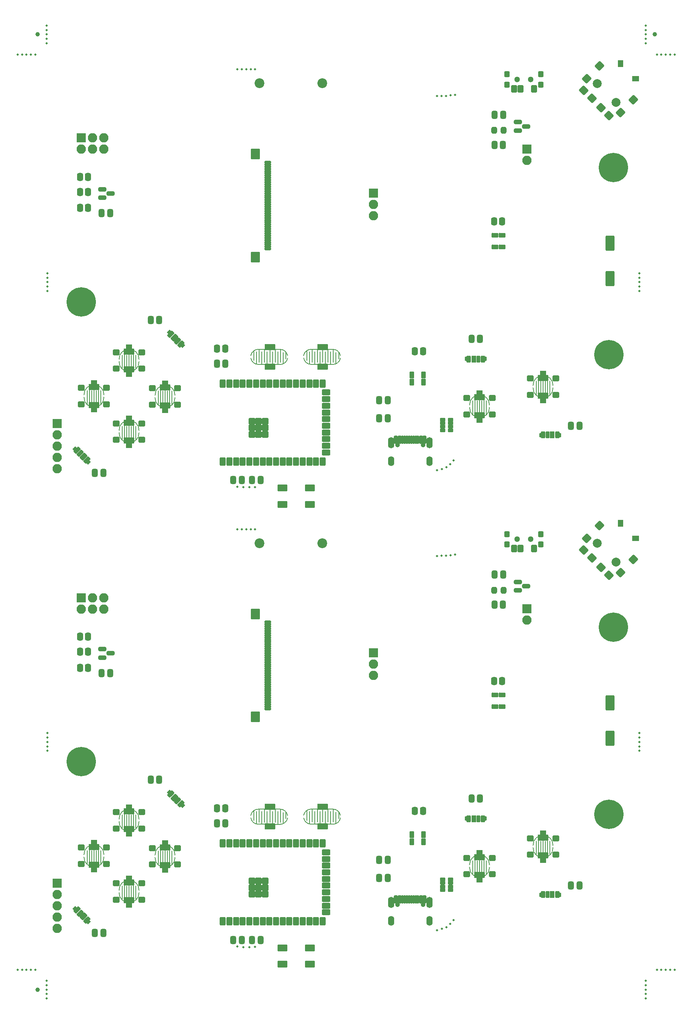
<source format=gbr>
%TF.GenerationSoftware,KiCad,Pcbnew,7.0.1*%
%TF.CreationDate,2023-05-21T16:14:24-05:00*%
%TF.ProjectId,panel,70616e65-6c2e-46b6-9963-61645f706362,rev?*%
%TF.SameCoordinates,Original*%
%TF.FileFunction,Soldermask,Top*%
%TF.FilePolarity,Negative*%
%FSLAX46Y46*%
G04 Gerber Fmt 4.6, Leading zero omitted, Abs format (unit mm)*
G04 Created by KiCad (PCBNEW 7.0.1) date 2023-05-21 16:14:24*
%MOMM*%
%LPD*%
G01*
G04 APERTURE LIST*
G04 Aperture macros list*
%AMRoundRect*
0 Rectangle with rounded corners*
0 $1 Rounding radius*
0 $2 $3 $4 $5 $6 $7 $8 $9 X,Y pos of 4 corners*
0 Add a 4 corners polygon primitive as box body*
4,1,4,$2,$3,$4,$5,$6,$7,$8,$9,$2,$3,0*
0 Add four circle primitives for the rounded corners*
1,1,$1+$1,$2,$3*
1,1,$1+$1,$4,$5*
1,1,$1+$1,$6,$7*
1,1,$1+$1,$8,$9*
0 Add four rect primitives between the rounded corners*
20,1,$1+$1,$2,$3,$4,$5,0*
20,1,$1+$1,$4,$5,$6,$7,0*
20,1,$1+$1,$6,$7,$8,$9,0*
20,1,$1+$1,$8,$9,$2,$3,0*%
G04 Aperture macros list end*
%ADD10C,0.200000*%
%ADD11RoundRect,0.200000X-0.850000X-0.850000X0.850000X-0.850000X0.850000X0.850000X-0.850000X0.850000X0*%
%ADD12O,2.100000X2.100000*%
%ADD13C,0.500000*%
%ADD14RoundRect,0.450000X0.250000X0.475000X-0.250000X0.475000X-0.250000X-0.475000X0.250000X-0.475000X0*%
%ADD15RoundRect,0.450000X-0.250000X-0.475000X0.250000X-0.475000X0.250000X0.475000X-0.250000X0.475000X0*%
%ADD16C,6.600000*%
%ADD17RoundRect,0.200000X-0.550000X0.350000X-0.550000X-0.350000X0.550000X-0.350000X0.550000X0.350000X0*%
%ADD18RoundRect,0.200000X-0.800000X1.500000X-0.800000X-1.500000X0.800000X-1.500000X0.800000X1.500000X0*%
%ADD19RoundRect,0.200000X-1.000000X-0.500000X1.000000X-0.500000X1.000000X0.500000X-1.000000X0.500000X0*%
%ADD20C,1.300000*%
%ADD21RoundRect,0.200000X-0.450000X-0.625000X0.450000X-0.625000X0.450000X0.625000X-0.450000X0.625000X0*%
%ADD22RoundRect,0.200000X-0.400000X-0.450000X0.400000X-0.450000X0.400000X0.450000X-0.400000X0.450000X0*%
%ADD23RoundRect,0.450000X-0.262500X-0.450000X0.262500X-0.450000X0.262500X0.450000X-0.262500X0.450000X0*%
%ADD24RoundRect,0.200000X-0.550000X-0.450000X0.550000X-0.450000X0.550000X0.450000X-0.550000X0.450000X0*%
%ADD25RoundRect,0.200000X-0.500000X-0.500000X0.500000X-0.500000X0.500000X0.500000X-0.500000X0.500000X0*%
%ADD26RoundRect,0.200000X0.850000X-0.850000X0.850000X0.850000X-0.850000X0.850000X-0.850000X-0.850000X0*%
%ADD27RoundRect,0.200000X-0.900000X-0.550000X0.900000X-0.550000X0.900000X0.550000X-0.900000X0.550000X0*%
%ADD28RoundRect,0.200000X0.400000X0.250000X-0.400000X0.250000X-0.400000X-0.250000X0.400000X-0.250000X0*%
%ADD29RoundRect,0.200000X0.400000X0.200000X-0.400000X0.200000X-0.400000X-0.200000X0.400000X-0.200000X0*%
%ADD30C,1.050000*%
%ADD31RoundRect,0.200000X-0.125000X-0.700000X0.125000X-0.700000X0.125000X0.700000X-0.125000X0.700000X0*%
%ADD32O,1.400000X2.500000*%
%ADD33O,1.400000X2.200000*%
%ADD34C,1.000000*%
%ADD35RoundRect,0.450000X0.262500X0.450000X-0.262500X0.450000X-0.262500X-0.450000X0.262500X-0.450000X0*%
%ADD36RoundRect,0.418750X-0.218750X-0.381250X0.218750X-0.381250X0.218750X0.381250X-0.218750X0.381250X0*%
%ADD37RoundRect,0.200000X-0.883883X-0.035355X-0.035355X-0.883883X0.883883X0.035355X0.035355X0.883883X0*%
%ADD38C,2.000000*%
%ADD39RoundRect,0.200000X-0.425000X0.600000X-0.425000X-0.600000X0.425000X-0.600000X0.425000X0.600000X0*%
%ADD40RoundRect,0.200000X-0.600000X-0.425000X0.600000X-0.425000X0.600000X0.425000X-0.600000X0.425000X0*%
%ADD41RoundRect,0.200000X-0.883883X0.035355X0.035355X-0.883883X0.883883X-0.035355X-0.035355X0.883883X0*%
%ADD42RoundRect,0.200000X-0.500000X-0.275000X0.500000X-0.275000X0.500000X0.275000X-0.500000X0.275000X0*%
%ADD43RoundRect,0.200000X-0.275000X-0.600000X0.275000X-0.600000X0.275000X0.600000X-0.275000X0.600000X0*%
%ADD44RoundRect,0.200000X-0.350000X-0.600000X0.350000X-0.600000X0.350000X0.600000X-0.350000X0.600000X0*%
%ADD45RoundRect,0.200000X-0.225000X-0.600000X0.225000X-0.600000X0.225000X0.600000X-0.225000X0.600000X0*%
%ADD46RoundRect,0.200000X-0.548008X0.159099X0.159099X-0.548008X0.548008X-0.159099X-0.159099X0.548008X0*%
%ADD47RoundRect,0.200000X-0.618718X-0.229810X-0.229810X-0.618718X0.618718X0.229810X0.229810X0.618718X0*%
%ADD48RoundRect,0.200000X-0.671751X-0.176777X-0.176777X-0.671751X0.671751X0.176777X0.176777X0.671751X0*%
%ADD49RoundRect,0.200000X-0.583363X-0.265165X-0.265165X-0.583363X0.583363X0.265165X0.265165X0.583363X0*%
%ADD50RoundRect,0.200000X0.500000X0.275000X-0.500000X0.275000X-0.500000X-0.275000X0.500000X-0.275000X0*%
%ADD51RoundRect,0.200000X0.275000X0.600000X-0.275000X0.600000X-0.275000X-0.600000X0.275000X-0.600000X0*%
%ADD52RoundRect,0.200000X0.350000X0.600000X-0.350000X0.600000X-0.350000X-0.600000X0.350000X-0.600000X0*%
%ADD53RoundRect,0.200000X0.225000X0.600000X-0.225000X0.600000X-0.225000X-0.600000X0.225000X-0.600000X0*%
%ADD54RoundRect,0.200000X0.450000X0.750000X-0.450000X0.750000X-0.450000X-0.750000X0.450000X-0.750000X0*%
%ADD55RoundRect,0.200000X0.750000X-0.450000X0.750000X0.450000X-0.750000X0.450000X-0.750000X-0.450000X0*%
%ADD56RoundRect,0.200000X0.550000X-0.550000X0.550000X0.550000X-0.550000X0.550000X-0.550000X-0.550000X0*%
%ADD57RoundRect,0.350000X-0.587500X-0.150000X0.587500X-0.150000X0.587500X0.150000X-0.587500X0.150000X0*%
%ADD58RoundRect,0.200000X-0.350000X-0.550000X0.350000X-0.550000X0.350000X0.550000X-0.350000X0.550000X0*%
%ADD59RoundRect,0.200000X-0.800000X1.000000X-0.800000X-1.000000X0.800000X-1.000000X0.800000X1.000000X0*%
%ADD60RoundRect,0.200000X-0.550000X0.125000X-0.550000X-0.125000X0.550000X-0.125000X0.550000X0.125000X0*%
%ADD61RoundRect,0.200000X0.548008X-0.159099X-0.159099X0.548008X-0.548008X0.159099X0.159099X-0.548008X0*%
%ADD62RoundRect,0.200000X0.618718X0.229810X0.229810X0.618718X-0.618718X-0.229810X-0.229810X-0.618718X0*%
%ADD63RoundRect,0.200000X0.671751X0.176777X0.176777X0.671751X-0.671751X-0.176777X-0.176777X-0.671751X0*%
%ADD64RoundRect,0.200000X0.583363X0.265165X0.265165X0.583363X-0.583363X-0.265165X-0.265165X-0.583363X0*%
%ADD65C,2.200000*%
G04 APERTURE END LIST*
D10*
%TO.C,SW7*%
X127732350Y-199232200D02*
X127732350Y-197032200D01*
X128332350Y-197232200D02*
X128332350Y-200032200D01*
X128732350Y-200132200D02*
X133632350Y-200143924D01*
X128932350Y-199632200D02*
X128932350Y-196832200D01*
X129532350Y-197232200D02*
X129532350Y-200132200D01*
X130132350Y-199632200D02*
X130132350Y-196832200D01*
X130732350Y-197232200D02*
X130732350Y-200032200D01*
X131332350Y-199632200D02*
X131332350Y-196832200D01*
X131932350Y-197232200D02*
X131932350Y-200032200D01*
X132532350Y-199632200D02*
X132532350Y-196832200D01*
X133132350Y-197232200D02*
X133132350Y-200032200D01*
X133632350Y-196732200D02*
X128732350Y-196732200D01*
X133732350Y-199632200D02*
X133732350Y-196832200D01*
X134332350Y-197432200D02*
X134332350Y-199932200D01*
X134932350Y-198832200D02*
X134932350Y-197432200D01*
X139627478Y-199219421D02*
X139627478Y-197019421D01*
X140227478Y-197219421D02*
X140227478Y-200019421D01*
X140627478Y-200119421D02*
X145527478Y-200131145D01*
X140827478Y-199619421D02*
X140827478Y-196819421D01*
X141427478Y-197219421D02*
X141427478Y-200119421D01*
X142027478Y-199619421D02*
X142027478Y-196819421D01*
X142627478Y-197219421D02*
X142627478Y-200019421D01*
X143227478Y-199619421D02*
X143227478Y-196819421D01*
X143827478Y-197219421D02*
X143827478Y-200019421D01*
X144427478Y-199619421D02*
X144427478Y-196819421D01*
X145027478Y-197219421D02*
X145027478Y-200019421D01*
X145527478Y-196719421D02*
X140627478Y-196719421D01*
X145627478Y-199619421D02*
X145627478Y-196819421D01*
X146227478Y-197419421D02*
X146227478Y-199919421D01*
X146827478Y-198819421D02*
X146827478Y-197419421D01*
X128732350Y-196732200D02*
G75*
G03*
X127032351Y-198132200I-1J-1732141D01*
G01*
X127055761Y-198732200D02*
G75*
G03*
X128732350Y-200132200I1676588J303910D01*
G01*
X135320706Y-198132200D02*
G75*
G03*
X133632350Y-196732200I-1688355J-318051D01*
G01*
X133632350Y-200143924D02*
G75*
G03*
X135332349Y-198732200I1J1729431D01*
G01*
X140627478Y-196719421D02*
G75*
G03*
X138927478Y-198119421I-7J-1732134D01*
G01*
X138950889Y-198719421D02*
G75*
G03*
X140627478Y-200119421I1676581J303901D01*
G01*
X147215833Y-198119421D02*
G75*
G03*
X145527478Y-196719421I-1688353J-318049D01*
G01*
X145527478Y-200131138D02*
G75*
G03*
X147227478Y-198719421I22J1729408D01*
G01*
X127732350Y-95822600D02*
X127732350Y-93622600D01*
X128332350Y-93822600D02*
X128332350Y-96622600D01*
X128732350Y-96722600D02*
X133632350Y-96734324D01*
X128932350Y-96222600D02*
X128932350Y-93422600D01*
X129532350Y-93822600D02*
X129532350Y-96722600D01*
X130132350Y-96222600D02*
X130132350Y-93422600D01*
X130732350Y-93822600D02*
X130732350Y-96622600D01*
X131332350Y-96222600D02*
X131332350Y-93422600D01*
X131932350Y-93822600D02*
X131932350Y-96622600D01*
X132532350Y-96222600D02*
X132532350Y-93422600D01*
X133132350Y-93822600D02*
X133132350Y-96622600D01*
X133632350Y-93322600D02*
X128732350Y-93322600D01*
X133732350Y-96222600D02*
X133732350Y-93422600D01*
X134332350Y-94022600D02*
X134332350Y-96522600D01*
X134932350Y-95422600D02*
X134932350Y-94022600D01*
X139627478Y-95809821D02*
X139627478Y-93609821D01*
X140227478Y-93809821D02*
X140227478Y-96609821D01*
X140627478Y-96709821D02*
X145527478Y-96721545D01*
X140827478Y-96209821D02*
X140827478Y-93409821D01*
X141427478Y-93809821D02*
X141427478Y-96709821D01*
X142027478Y-96209821D02*
X142027478Y-93409821D01*
X142627478Y-93809821D02*
X142627478Y-96609821D01*
X143227478Y-96209821D02*
X143227478Y-93409821D01*
X143827478Y-93809821D02*
X143827478Y-96609821D01*
X144427478Y-96209821D02*
X144427478Y-93409821D01*
X145027478Y-93809821D02*
X145027478Y-96609821D01*
X145527478Y-93309821D02*
X140627478Y-93309821D01*
X145627478Y-96209821D02*
X145627478Y-93409821D01*
X146227478Y-94009821D02*
X146227478Y-96509821D01*
X146827478Y-95409821D02*
X146827478Y-94009821D01*
X128732350Y-93322600D02*
G75*
G03*
X127032351Y-94722600I-1J-1732141D01*
G01*
X127055761Y-95322600D02*
G75*
G03*
X128732350Y-96722600I1676588J303910D01*
G01*
X135320706Y-94722600D02*
G75*
G03*
X133632350Y-93322600I-1688355J-318051D01*
G01*
X133632350Y-96734324D02*
G75*
G03*
X135332349Y-95322600I1J1729431D01*
G01*
X140627478Y-93309821D02*
G75*
G03*
X138927478Y-94709821I-7J-1732134D01*
G01*
X138950889Y-95309821D02*
G75*
G03*
X140627478Y-96709821I1676581J303901D01*
G01*
X147215833Y-94709821D02*
G75*
G03*
X145527478Y-93309821I-1688353J-318049D01*
G01*
X145527478Y-96721538D02*
G75*
G03*
X147227478Y-95309821I22J1729408D01*
G01*
%TO.C,SW5*%
X106232350Y-102672600D02*
X106232350Y-105672600D01*
X106732350Y-101672600D02*
X106732350Y-105172600D01*
X107232350Y-102672600D02*
X107232350Y-105422600D01*
X107732350Y-102422600D02*
X107732350Y-105172600D01*
X108232350Y-102672600D02*
X108232350Y-105422600D01*
X108732350Y-101672600D02*
X108732350Y-105172600D01*
X109232350Y-102672600D02*
X109232350Y-105672600D01*
X109982350Y-103672600D02*
G75*
G03*
X105482350Y-103672600I-2250000J0D01*
G01*
X105482350Y-104172600D02*
G75*
G03*
X109982350Y-104172600I2250000J0D01*
G01*
X106232350Y-206082200D02*
X106232350Y-209082200D01*
X106732350Y-205082200D02*
X106732350Y-208582200D01*
X107232350Y-206082200D02*
X107232350Y-208832200D01*
X107732350Y-205832200D02*
X107732350Y-208582200D01*
X108232350Y-206082200D02*
X108232350Y-208832200D01*
X108732350Y-205082200D02*
X108732350Y-208582200D01*
X109232350Y-206082200D02*
X109232350Y-209082200D01*
X109982350Y-207082200D02*
G75*
G03*
X105482350Y-207082200I-2250000J0D01*
G01*
X105482350Y-207582200D02*
G75*
G03*
X109982350Y-207582200I2250000J0D01*
G01*
%TO.C,SW6*%
X191332350Y-100472600D02*
X191332350Y-103472600D01*
X191832350Y-99472600D02*
X191832350Y-102972600D01*
X192332350Y-100472600D02*
X192332350Y-103222600D01*
X192832350Y-100222600D02*
X192832350Y-102972600D01*
X193332350Y-100472600D02*
X193332350Y-103222600D01*
X193832350Y-99472600D02*
X193832350Y-102972600D01*
X194332350Y-100472600D02*
X194332350Y-103472600D01*
X195082350Y-101472600D02*
G75*
G03*
X190582350Y-101472600I-2250000J0D01*
G01*
X190582350Y-101972600D02*
G75*
G03*
X195082350Y-101972600I2250000J0D01*
G01*
X191332350Y-203882200D02*
X191332350Y-206882200D01*
X191832350Y-202882200D02*
X191832350Y-206382200D01*
X192332350Y-203882200D02*
X192332350Y-206632200D01*
X192832350Y-203632200D02*
X192832350Y-206382200D01*
X193332350Y-203882200D02*
X193332350Y-206632200D01*
X193832350Y-202882200D02*
X193832350Y-206382200D01*
X194332350Y-203882200D02*
X194332350Y-206882200D01*
X195082350Y-204882200D02*
G75*
G03*
X190582350Y-204882200I-2250000J0D01*
G01*
X190582350Y-205382200D02*
G75*
G03*
X195082350Y-205382200I2250000J0D01*
G01*
%TO.C,SW4*%
X177032350Y-104872600D02*
X177032350Y-107872600D01*
X177532350Y-103872600D02*
X177532350Y-107372600D01*
X178032350Y-104872600D02*
X178032350Y-107622600D01*
X178532350Y-104622600D02*
X178532350Y-107372600D01*
X179032350Y-104872600D02*
X179032350Y-107622600D01*
X179532350Y-103872600D02*
X179532350Y-107372600D01*
X180032350Y-104872600D02*
X180032350Y-107872600D01*
X180782350Y-105872600D02*
G75*
G03*
X176282350Y-105872600I-2250000J0D01*
G01*
X176282350Y-106372600D02*
G75*
G03*
X180782350Y-106372600I2250000J0D01*
G01*
X177032350Y-208282200D02*
X177032350Y-211282200D01*
X177532350Y-207282200D02*
X177532350Y-210782200D01*
X178032350Y-208282200D02*
X178032350Y-211032200D01*
X178532350Y-208032200D02*
X178532350Y-210782200D01*
X179032350Y-208282200D02*
X179032350Y-211032200D01*
X179532350Y-207282200D02*
X179532350Y-210782200D01*
X180032350Y-208282200D02*
X180032350Y-211282200D01*
X180782350Y-209282200D02*
G75*
G03*
X176282350Y-209282200I-2250000J0D01*
G01*
X176282350Y-209782200D02*
G75*
G03*
X180782350Y-209782200I2250000J0D01*
G01*
%TO.C,SW3*%
X90232350Y-102572600D02*
X90232350Y-105572600D01*
X90732350Y-101572600D02*
X90732350Y-105072600D01*
X91232350Y-102572600D02*
X91232350Y-105322600D01*
X91732350Y-102322600D02*
X91732350Y-105072600D01*
X92232350Y-102572600D02*
X92232350Y-105322600D01*
X92732350Y-101572600D02*
X92732350Y-105072600D01*
X93232350Y-102572600D02*
X93232350Y-105572600D01*
X93982350Y-103572600D02*
G75*
G03*
X89482350Y-103572600I-2250000J0D01*
G01*
X89482350Y-104072600D02*
G75*
G03*
X93982350Y-104072600I2250000J0D01*
G01*
X90232350Y-205982200D02*
X90232350Y-208982200D01*
X90732350Y-204982200D02*
X90732350Y-208482200D01*
X91232350Y-205982200D02*
X91232350Y-208732200D01*
X91732350Y-205732200D02*
X91732350Y-208482200D01*
X92232350Y-205982200D02*
X92232350Y-208732200D01*
X92732350Y-204982200D02*
X92732350Y-208482200D01*
X93232350Y-205982200D02*
X93232350Y-208982200D01*
X93982350Y-206982200D02*
G75*
G03*
X89482350Y-206982200I-2250000J0D01*
G01*
X89482350Y-207482200D02*
G75*
G03*
X93982350Y-207482200I2250000J0D01*
G01*
%TO.C,SW1*%
X98132350Y-94572600D02*
X98132350Y-97572600D01*
X98632350Y-93572600D02*
X98632350Y-97072600D01*
X99132350Y-94572600D02*
X99132350Y-97322600D01*
X99632350Y-94322600D02*
X99632350Y-97072600D01*
X100132350Y-94572600D02*
X100132350Y-97322600D01*
X100632350Y-93572600D02*
X100632350Y-97072600D01*
X101132350Y-94572600D02*
X101132350Y-97572600D01*
X101882350Y-95572600D02*
G75*
G03*
X97382350Y-95572600I-2250000J0D01*
G01*
X97382350Y-96072600D02*
G75*
G03*
X101882350Y-96072600I2250000J0D01*
G01*
X98132350Y-197982200D02*
X98132350Y-200982200D01*
X98632350Y-196982200D02*
X98632350Y-200482200D01*
X99132350Y-197982200D02*
X99132350Y-200732200D01*
X99632350Y-197732200D02*
X99632350Y-200482200D01*
X100132350Y-197982200D02*
X100132350Y-200732200D01*
X100632350Y-196982200D02*
X100632350Y-200482200D01*
X101132350Y-197982200D02*
X101132350Y-200982200D01*
X101882350Y-198982200D02*
G75*
G03*
X97382350Y-198982200I-2250000J0D01*
G01*
X97382350Y-199482200D02*
G75*
G03*
X101882350Y-199482200I2250000J0D01*
G01*
%TO.C,SW2*%
X98132350Y-110572600D02*
X98132350Y-113572600D01*
X98632350Y-109572600D02*
X98632350Y-113072600D01*
X99132350Y-110572600D02*
X99132350Y-113322600D01*
X99632350Y-110322600D02*
X99632350Y-113072600D01*
X100132350Y-110572600D02*
X100132350Y-113322600D01*
X100632350Y-109572600D02*
X100632350Y-113072600D01*
X101132350Y-110572600D02*
X101132350Y-113572600D01*
X101882350Y-111572600D02*
G75*
G03*
X97382350Y-111572600I-2250000J0D01*
G01*
X97382350Y-112072600D02*
G75*
G03*
X101882350Y-112072600I2250000J0D01*
G01*
X98132350Y-213982200D02*
X98132350Y-216982200D01*
X98632350Y-212982200D02*
X98632350Y-216482200D01*
X99132350Y-213982200D02*
X99132350Y-216732200D01*
X99632350Y-213732200D02*
X99632350Y-216482200D01*
X100132350Y-213982200D02*
X100132350Y-216732200D01*
X100632350Y-212982200D02*
X100632350Y-216482200D01*
X101132350Y-213982200D02*
X101132350Y-216982200D01*
X101882350Y-214982200D02*
G75*
G03*
X97382350Y-214982200I-2250000J0D01*
G01*
X97382350Y-215482200D02*
G75*
G03*
X101882350Y-215482200I2250000J0D01*
G01*
%TD*%
D11*
%TO.C,J3*%
X154632350Y-58197600D03*
D12*
X154632350Y-60737600D03*
X154632350Y-63277600D03*
%TD*%
D11*
%TO.C,J3*%
X154632350Y-161607200D03*
D12*
X154632350Y-164147200D03*
X154632350Y-166687200D03*
%TD*%
D13*
%TO.C,REF\u002A\u002A*%
X215957350Y-238319200D03*
%TD*%
%TO.C,REF\u002A\u002A*%
X171917674Y-119126015D03*
%TD*%
%TO.C,REF\u002A\u002A*%
X220457350Y-27000000D03*
%TD*%
D14*
%TO.C,C9*%
X121332350Y-96522600D03*
X119432350Y-96522600D03*
%TD*%
%TO.C,C9*%
X121332350Y-199932200D03*
X119432350Y-199932200D03*
%TD*%
D13*
%TO.C,REF\u002A\u002A*%
X81042650Y-21500000D03*
%TD*%
%TO.C,REF\u002A\u002A*%
X214532640Y-181614980D03*
%TD*%
%TO.C,REF\u002A\u002A*%
X221457350Y-232819200D03*
%TD*%
%TO.C,REF\u002A\u002A*%
X78542650Y-232819200D03*
%TD*%
D15*
%TO.C,C2*%
X181932350Y-40572600D03*
X183832350Y-40572600D03*
%TD*%
%TO.C,C2*%
X181932350Y-143982200D03*
X183832350Y-143982200D03*
%TD*%
D13*
%TO.C,REF\u002A\u002A*%
X128008501Y-124316884D03*
%TD*%
D16*
%TO.C,J11*%
X88832351Y-82622600D03*
%TD*%
%TO.C,J11*%
X88832351Y-186032200D03*
%TD*%
D15*
%TO.C,C12*%
X199132350Y-110522600D03*
X201032350Y-110522600D03*
%TD*%
%TO.C,C12*%
X199132350Y-213932200D03*
X201032350Y-213932200D03*
%TD*%
D17*
%TO.C,D1*%
X183582350Y-67672600D03*
X183582350Y-70272600D03*
X181982350Y-67672600D03*
X181982350Y-70272600D03*
%TD*%
%TO.C,D1*%
X183582350Y-171082200D03*
X183582350Y-173682200D03*
X181982350Y-171082200D03*
X181982350Y-173682200D03*
%TD*%
D13*
%TO.C,REF\u002A\u002A*%
X81042650Y-237319200D03*
%TD*%
D15*
%TO.C,C10*%
X91932350Y-121122600D03*
X93832350Y-121122600D03*
%TD*%
%TO.C,C10*%
X91932350Y-224532200D03*
X93832350Y-224532200D03*
%TD*%
D18*
%TO.C,BZ1*%
X207932350Y-69422600D03*
X207932350Y-77422600D03*
%TD*%
%TO.C,BZ1*%
X207932350Y-172832200D03*
X207932350Y-180832200D03*
%TD*%
D19*
%TO.C,SW7*%
X131332350Y-196232200D03*
X131332350Y-200632200D03*
X143232350Y-200632200D03*
X143232350Y-196232200D03*
%TD*%
%TO.C,SW7*%
X131332350Y-92822600D03*
X131332350Y-97222600D03*
X143232350Y-97222600D03*
X143232350Y-92822600D03*
%TD*%
D13*
%TO.C,REF\u002A\u002A*%
X214532640Y-78205380D03*
%TD*%
%TO.C,REF\u002A\u002A*%
X173006767Y-139502020D03*
%TD*%
D20*
%TO.C,SW11*%
X187032350Y-32622600D03*
X190032350Y-32622600D03*
D21*
X186282350Y-34747600D03*
X187782350Y-34747600D03*
X190782350Y-34747600D03*
D22*
X184732350Y-31472600D03*
X184732350Y-33772600D03*
X192332350Y-31472600D03*
X192342350Y-33772600D03*
%TD*%
D20*
%TO.C,SW11*%
X187032350Y-136032200D03*
X190032350Y-136032200D03*
D21*
X186282350Y-138157200D03*
X187782350Y-138157200D03*
X190782350Y-138157200D03*
D22*
X184732350Y-134882200D03*
X184732350Y-137182200D03*
X192332350Y-134882200D03*
X192342350Y-137182200D03*
%TD*%
D13*
%TO.C,REF\u002A\u002A*%
X78542650Y-27000000D03*
%TD*%
%TO.C,REF\u002A\u002A*%
X74542650Y-232819200D03*
%TD*%
%TO.C,REF\u002A\u002A*%
X126014217Y-133765000D03*
%TD*%
%TO.C,REF\u002A\u002A*%
X214526833Y-179614982D03*
%TD*%
D23*
%TO.C,R11*%
X164007350Y-93722600D03*
X165832350Y-93722600D03*
%TD*%
%TO.C,R11*%
X164007350Y-197132200D03*
X165832350Y-197132200D03*
%TD*%
D19*
%TO.C,SW5*%
X107732350Y-101922600D03*
X107732350Y-105922600D03*
D24*
X104882350Y-102072600D03*
D25*
X107732350Y-101022600D03*
D24*
X110582350Y-102072600D03*
X104882350Y-105772600D03*
D25*
X107732350Y-106922600D03*
D24*
X110582350Y-105772600D03*
%TD*%
D19*
%TO.C,SW5*%
X107732350Y-205332200D03*
X107732350Y-209332200D03*
D24*
X104882350Y-205482200D03*
D25*
X107732350Y-204432200D03*
D24*
X110582350Y-205482200D03*
X104882350Y-209182200D03*
D25*
X107732350Y-210332200D03*
D24*
X110582350Y-209182200D03*
%TD*%
D26*
%TO.C,J13*%
X88832350Y-45782600D03*
D12*
X88832350Y-48322600D03*
X91372350Y-45782600D03*
X91372350Y-48322600D03*
X93912350Y-45782600D03*
X93912350Y-48322600D03*
%TD*%
D26*
%TO.C,J13*%
X88832350Y-149192200D03*
D12*
X88832350Y-151732200D03*
X91372350Y-149192200D03*
X91372350Y-151732200D03*
X93912350Y-149192200D03*
X93912350Y-151732200D03*
%TD*%
D13*
%TO.C,REF\u002A\u002A*%
X81042650Y-235319200D03*
%TD*%
%TO.C,REF\u002A\u002A*%
X81042650Y-20500000D03*
%TD*%
%TO.C,REF\u002A\u002A*%
X172673839Y-221702865D03*
%TD*%
D11*
%TO.C,J7*%
X189232350Y-48247600D03*
D12*
X189232350Y-50787600D03*
%TD*%
D11*
%TO.C,J7*%
X189232350Y-151657200D03*
D12*
X189232350Y-154197200D03*
%TD*%
D27*
%TO.C,SW10*%
X134132350Y-124522600D03*
X140332350Y-124522600D03*
X134132350Y-128222600D03*
X140332350Y-128222600D03*
%TD*%
%TO.C,SW10*%
X134132350Y-227932200D03*
X140332350Y-227932200D03*
X134132350Y-231632200D03*
X140332350Y-231632200D03*
%TD*%
D13*
%TO.C,REF\u002A\u002A*%
X127014217Y-133765000D03*
%TD*%
%TO.C,REF\u002A\u002A*%
X215957350Y-22500000D03*
%TD*%
%TO.C,REF\u002A\u002A*%
X170037128Y-223646259D03*
%TD*%
D28*
%TO.C,RN1*%
X172032350Y-111522600D03*
D29*
X172032350Y-110722600D03*
X172032350Y-109922600D03*
D28*
X172032350Y-109122600D03*
X170232350Y-109122600D03*
D29*
X170232350Y-109922600D03*
X170232350Y-110722600D03*
D28*
X170232350Y-111522600D03*
%TD*%
%TO.C,RN1*%
X172032350Y-214932200D03*
D29*
X172032350Y-214132200D03*
X172032350Y-213332200D03*
D28*
X172032350Y-212532200D03*
X170232350Y-212532200D03*
D29*
X170232350Y-213332200D03*
X170232350Y-214132200D03*
D28*
X170232350Y-214932200D03*
%TD*%
D13*
%TO.C,REF\u002A\u002A*%
X214526833Y-76205383D03*
%TD*%
D14*
%TO.C,C5*%
X157832350Y-104722600D03*
X155932350Y-104722600D03*
%TD*%
%TO.C,C5*%
X157832350Y-208132200D03*
X155932350Y-208132200D03*
%TD*%
D13*
%TO.C,REF\u002A\u002A*%
X81268845Y-77204919D03*
%TD*%
%TO.C,REF\u002A\u002A*%
X222457350Y-27000000D03*
%TD*%
%TO.C,REF\u002A\u002A*%
X215957350Y-237319200D03*
%TD*%
%TO.C,REF\u002A\u002A*%
X81269439Y-179614518D03*
%TD*%
D14*
%TO.C,C7*%
X124982350Y-122722600D03*
X123082350Y-122722600D03*
%TD*%
%TO.C,C7*%
X124982350Y-226132200D03*
X123082350Y-226132200D03*
%TD*%
D13*
%TO.C,REF\u002A\u002A*%
X76542650Y-27000000D03*
%TD*%
%TO.C,REF\u002A\u002A*%
X215957350Y-239319200D03*
%TD*%
%TO.C,REF\u002A\u002A*%
X81267063Y-80204918D03*
%TD*%
D19*
%TO.C,SW6*%
X192832350Y-99722600D03*
X192832350Y-103722600D03*
D24*
X189982350Y-99872600D03*
D25*
X192832350Y-98822600D03*
D24*
X195682350Y-99872600D03*
X189982350Y-103572600D03*
D25*
X192832350Y-104722600D03*
D24*
X195682350Y-103572600D03*
%TD*%
D19*
%TO.C,SW6*%
X192832350Y-203132200D03*
X192832350Y-207132200D03*
D24*
X189982350Y-203282200D03*
D25*
X192832350Y-202232200D03*
D24*
X195682350Y-203282200D03*
X189982350Y-206982200D03*
D25*
X192832350Y-208132200D03*
D24*
X195682350Y-206982200D03*
%TD*%
D30*
%TO.C,J2*%
X160042350Y-114835100D03*
X165822350Y-114835100D03*
D31*
X159607350Y-113635100D03*
X160407350Y-113635100D03*
X161682350Y-113635100D03*
X162682350Y-113635100D03*
X163182350Y-113635100D03*
X161182350Y-113635100D03*
X165457350Y-113635100D03*
X166257350Y-113635100D03*
X166007350Y-113635100D03*
X165207350Y-113635100D03*
X164682350Y-113635100D03*
X163682350Y-113635100D03*
X162182350Y-113635100D03*
X164182350Y-113635100D03*
X160657350Y-113635100D03*
X159857350Y-113635100D03*
D32*
X158612350Y-114335100D03*
D33*
X158612350Y-118485100D03*
D32*
X167252350Y-114335100D03*
D33*
X167252350Y-118485100D03*
%TD*%
D30*
%TO.C,J2*%
X160042350Y-218244700D03*
X165822350Y-218244700D03*
D31*
X159607350Y-217044700D03*
X160407350Y-217044700D03*
X161682350Y-217044700D03*
X162682350Y-217044700D03*
X163182350Y-217044700D03*
X161182350Y-217044700D03*
X165457350Y-217044700D03*
X166257350Y-217044700D03*
X166007350Y-217044700D03*
X165207350Y-217044700D03*
X164682350Y-217044700D03*
X163682350Y-217044700D03*
X162182350Y-217044700D03*
X164182350Y-217044700D03*
X160657350Y-217044700D03*
X159857350Y-217044700D03*
D32*
X158612350Y-217744700D03*
D33*
X158612350Y-221894700D03*
D32*
X167252350Y-217744700D03*
D33*
X167252350Y-221894700D03*
%TD*%
D13*
%TO.C,REF\u002A\u002A*%
X81042650Y-22500000D03*
%TD*%
D19*
%TO.C,SW4*%
X178532350Y-104122600D03*
X178532350Y-108122600D03*
D24*
X175682350Y-104272600D03*
D25*
X178532350Y-103222600D03*
D24*
X181382350Y-104272600D03*
X175682350Y-107972600D03*
D25*
X178532350Y-109122600D03*
D24*
X181382350Y-107972600D03*
%TD*%
D19*
%TO.C,SW4*%
X178532350Y-207532200D03*
X178532350Y-211532200D03*
D24*
X175682350Y-207682200D03*
D25*
X178532350Y-206632200D03*
D24*
X181382350Y-207682200D03*
X175682350Y-211382200D03*
D25*
X178532350Y-212532200D03*
D24*
X181382350Y-211382200D03*
%TD*%
D34*
%TO.C,REF\u002A\u002A*%
X79042650Y-22500000D03*
%TD*%
D13*
%TO.C,REF\u002A\u002A*%
X81268845Y-180614518D03*
%TD*%
%TO.C,REF\u002A\u002A*%
X81042650Y-236319200D03*
%TD*%
D19*
%TO.C,SW3*%
X91732350Y-101822600D03*
X91732350Y-105822600D03*
D24*
X88882350Y-101972600D03*
D25*
X91732350Y-100922600D03*
D24*
X94582350Y-101972600D03*
X88882350Y-105672600D03*
D25*
X91732350Y-106822600D03*
D24*
X94582350Y-105672600D03*
%TD*%
D19*
%TO.C,SW3*%
X91732350Y-205232200D03*
X91732350Y-209232200D03*
D24*
X88882350Y-205382200D03*
D25*
X91732350Y-204332200D03*
D24*
X94582350Y-205382200D03*
X88882350Y-209082200D03*
D25*
X91732350Y-210232200D03*
D24*
X94582350Y-209082200D03*
%TD*%
D35*
%TO.C,R10*%
X121257350Y-93122600D03*
X119432350Y-93122600D03*
%TD*%
%TO.C,R10*%
X121257350Y-196532200D03*
X119432350Y-196532200D03*
%TD*%
D13*
%TO.C,REF\u002A\u002A*%
X215957350Y-23500000D03*
%TD*%
D19*
%TO.C,SW1*%
X99632350Y-93822600D03*
X99632350Y-97822600D03*
D24*
X96782350Y-93972600D03*
D25*
X99632350Y-92922600D03*
D24*
X102482350Y-93972600D03*
X96782350Y-97672600D03*
D25*
X99632350Y-98822600D03*
D24*
X102482350Y-97672600D03*
%TD*%
D19*
%TO.C,SW1*%
X99632350Y-197232200D03*
X99632350Y-201232200D03*
D24*
X96782350Y-197382200D03*
D25*
X99632350Y-196332200D03*
D24*
X102482350Y-197382200D03*
X96782350Y-201082200D03*
D25*
X99632350Y-202232200D03*
D24*
X102482350Y-201082200D03*
%TD*%
D13*
%TO.C,REF\u002A\u002A*%
X172006088Y-139623937D03*
%TD*%
%TO.C,REF\u002A\u002A*%
X124042656Y-227639063D03*
%TD*%
%TO.C,REF\u002A\u002A*%
X126014217Y-30355400D03*
%TD*%
%TO.C,REF\u002A\u002A*%
X125014217Y-30355400D03*
%TD*%
D14*
%TO.C,C6*%
X157832350Y-108822600D03*
X155932350Y-108822600D03*
%TD*%
%TO.C,C6*%
X157832350Y-212232200D03*
X155932350Y-212232200D03*
%TD*%
D13*
%TO.C,REF\u002A\u002A*%
X214538446Y-183614978D03*
%TD*%
%TO.C,REF\u002A\u002A*%
X169995919Y-36347200D03*
%TD*%
%TO.C,REF\u002A\u002A*%
X218457350Y-27000000D03*
%TD*%
%TO.C,REF\u002A\u002A*%
X168951471Y-223939670D03*
%TD*%
%TO.C,REF\u002A\u002A*%
X215957350Y-20500000D03*
%TD*%
%TO.C,REF\u002A\u002A*%
X215957350Y-21500000D03*
%TD*%
%TO.C,REF\u002A\u002A*%
X125014217Y-133765000D03*
%TD*%
%TO.C,REF\u002A\u002A*%
X125360283Y-227768380D03*
%TD*%
%TO.C,REF\u002A\u002A*%
X214535543Y-79205379D03*
%TD*%
%TO.C,REF\u002A\u002A*%
X128014217Y-30355400D03*
%TD*%
%TO.C,REF\u002A\u002A*%
X81268251Y-78204918D03*
%TD*%
%TO.C,REF\u002A\u002A*%
X81268251Y-181614518D03*
%TD*%
%TO.C,REF\u002A\u002A*%
X215957350Y-235319200D03*
%TD*%
%TO.C,REF\u002A\u002A*%
X81267657Y-79204918D03*
%TD*%
%TO.C,REF\u002A\u002A*%
X170037128Y-120236659D03*
%TD*%
%TO.C,REF\u002A\u002A*%
X172006088Y-36214338D03*
%TD*%
%TO.C,REF\u002A\u002A*%
X75542650Y-27000000D03*
%TD*%
%TO.C,REF\u002A\u002A*%
X126684473Y-227763075D03*
%TD*%
D36*
%TO.C,L1*%
X181857350Y-44072600D03*
X183982350Y-44072600D03*
%TD*%
%TO.C,L1*%
X181857350Y-147482200D03*
X183982350Y-147482200D03*
%TD*%
D13*
%TO.C,REF\u002A\u002A*%
X218457350Y-232819200D03*
%TD*%
D37*
%TO.C,SW9*%
X205560036Y-29558161D03*
X202660898Y-32457299D03*
D38*
X204994350Y-33517959D03*
D39*
X210297651Y-29057299D03*
D40*
X213697651Y-32457299D03*
D38*
X209236991Y-37760600D03*
D37*
X213196789Y-37194914D03*
X210297651Y-40094052D03*
D41*
X202024502Y-35073594D03*
X207681356Y-40730448D03*
X205895911Y-38945004D03*
X203809946Y-36859039D03*
%TD*%
D37*
%TO.C,SW9*%
X205560036Y-132967761D03*
X202660898Y-135866899D03*
D38*
X204994350Y-136927559D03*
D39*
X210297651Y-132466899D03*
D40*
X213697651Y-135866899D03*
D38*
X209236991Y-141170200D03*
D37*
X213196789Y-140604514D03*
X210297651Y-143503652D03*
D41*
X202024502Y-138483194D03*
X207681356Y-144140048D03*
X205895911Y-142354604D03*
X203809946Y-140268639D03*
%TD*%
D13*
%TO.C,REF\u002A\u002A*%
X171003578Y-36320408D03*
%TD*%
D15*
%TO.C,C4*%
X104532350Y-86722600D03*
X106432350Y-86722600D03*
%TD*%
%TO.C,C4*%
X104532350Y-190132200D03*
X106432350Y-190132200D03*
%TD*%
D13*
%TO.C,REF\u002A\u002A*%
X222457350Y-232819200D03*
%TD*%
%TO.C,REF\u002A\u002A*%
X76542650Y-232819200D03*
%TD*%
%TO.C,REF\u002A\u002A*%
X77542650Y-232819200D03*
%TD*%
D15*
%TO.C,C1*%
X93482350Y-62722600D03*
X95382350Y-62722600D03*
%TD*%
%TO.C,C1*%
X93482350Y-166132200D03*
X95382350Y-166132200D03*
%TD*%
D13*
%TO.C,REF\u002A\u002A*%
X81267657Y-182614518D03*
%TD*%
%TO.C,REF\u002A\u002A*%
X214529737Y-77205382D03*
%TD*%
%TO.C,REF\u002A\u002A*%
X171099167Y-119867098D03*
%TD*%
%TO.C,REF\u002A\u002A*%
X128008501Y-227726484D03*
%TD*%
%TO.C,REF\u002A\u002A*%
X81042650Y-238319200D03*
%TD*%
%TO.C,REF\u002A\u002A*%
X81269439Y-76204919D03*
%TD*%
D16*
%TO.C,J9*%
X207632351Y-94522600D03*
%TD*%
%TO.C,J9*%
X207632351Y-197932200D03*
%TD*%
D34*
%TO.C,REF\u002A\u002A*%
X79042650Y-237319200D03*
%TD*%
D13*
%TO.C,REF\u002A\u002A*%
X168987913Y-36360338D03*
%TD*%
D23*
%TO.C,R8*%
X88607350Y-57922600D03*
X90432350Y-57922600D03*
%TD*%
%TO.C,R8*%
X88607350Y-161332200D03*
X90432350Y-161332200D03*
%TD*%
D42*
%TO.C,U4*%
X175882350Y-95447600D03*
D43*
X176107350Y-95522600D03*
D44*
X177232350Y-95522600D03*
D45*
X178257350Y-95522600D03*
D43*
X179257350Y-95522600D03*
D42*
X179482350Y-95447600D03*
%TD*%
%TO.C,U4*%
X175882350Y-198857200D03*
D43*
X176107350Y-198932200D03*
D44*
X177232350Y-198932200D03*
D45*
X178257350Y-198932200D03*
D43*
X179257350Y-198932200D03*
D42*
X179482350Y-198857200D03*
%TD*%
D15*
%TO.C,C3*%
X181882350Y-47322600D03*
X183782350Y-47322600D03*
%TD*%
%TO.C,C3*%
X181882350Y-150732200D03*
X183782350Y-150732200D03*
%TD*%
D13*
%TO.C,REF\u002A\u002A*%
X219457350Y-232819200D03*
%TD*%
%TO.C,REF\u002A\u002A*%
X215957350Y-24500000D03*
%TD*%
D16*
%TO.C,J10*%
X208632351Y-52422600D03*
%TD*%
%TO.C,J10*%
X208632351Y-155832200D03*
%TD*%
D13*
%TO.C,REF\u002A\u002A*%
X81042650Y-23500000D03*
%TD*%
%TO.C,REF\u002A\u002A*%
X219457350Y-27000000D03*
%TD*%
%TO.C,REF\u002A\u002A*%
X173006767Y-36092421D03*
%TD*%
D46*
%TO.C,U2*%
X108930789Y-89714973D03*
D47*
X109036855Y-89927105D03*
D48*
X109832350Y-90722600D03*
D49*
X110557134Y-91447385D03*
D47*
X111264241Y-92154491D03*
D46*
X111476373Y-92260557D03*
%TD*%
%TO.C,U2*%
X108930789Y-193124573D03*
D47*
X109036855Y-193336705D03*
D48*
X109832350Y-194132200D03*
D49*
X110557134Y-194856985D03*
D47*
X111264241Y-195564091D03*
D46*
X111476373Y-195670157D03*
%TD*%
D13*
%TO.C,REF\u002A\u002A*%
X168987913Y-139769937D03*
%TD*%
%TO.C,REF\u002A\u002A*%
X128014217Y-133765000D03*
%TD*%
D23*
%TO.C,R7*%
X88607350Y-54522600D03*
X90432350Y-54522600D03*
%TD*%
%TO.C,R7*%
X88607350Y-157932200D03*
X90432350Y-157932200D03*
%TD*%
D13*
%TO.C,REF\u002A\u002A*%
X81042650Y-24500000D03*
%TD*%
%TO.C,REF\u002A\u002A*%
X221457350Y-27000000D03*
%TD*%
D50*
%TO.C,U5*%
X196257350Y-112597600D03*
D51*
X196032350Y-112522600D03*
D52*
X194907350Y-112522600D03*
D53*
X193882350Y-112522600D03*
D51*
X192882350Y-112522600D03*
D50*
X192657350Y-112597600D03*
%TD*%
%TO.C,U5*%
X196257350Y-216007200D03*
D51*
X196032350Y-215932200D03*
D52*
X194907350Y-215932200D03*
D53*
X193882350Y-215932200D03*
D51*
X192882350Y-215932200D03*
D50*
X192657350Y-216007200D03*
%TD*%
D13*
%TO.C,REF\u002A\u002A*%
X168951471Y-120530070D03*
%TD*%
%TO.C,REF\u002A\u002A*%
X124042656Y-124229463D03*
%TD*%
%TO.C,REF\u002A\u002A*%
X214529737Y-180614981D03*
%TD*%
%TO.C,REF\u002A\u002A*%
X171003578Y-139730007D03*
%TD*%
D34*
%TO.C,REF\u002A\u002A*%
X217957350Y-22500000D03*
%TD*%
D13*
%TO.C,REF\u002A\u002A*%
X126684473Y-124353475D03*
%TD*%
%TO.C,REF\u002A\u002A*%
X220457350Y-232819200D03*
%TD*%
%TO.C,REF\u002A\u002A*%
X214535543Y-182614979D03*
%TD*%
%TO.C,REF\u002A\u002A*%
X75542650Y-232819200D03*
%TD*%
%TO.C,REF\u002A\u002A*%
X169995919Y-139756799D03*
%TD*%
D54*
%TO.C,IC1*%
X120732350Y-118522600D03*
X122232350Y-118522600D03*
X123732350Y-118522600D03*
X125232350Y-118522600D03*
X126732350Y-118522600D03*
X128232350Y-118522600D03*
X129732350Y-118522600D03*
X131232350Y-118522600D03*
X132732350Y-118522600D03*
X134232350Y-118522600D03*
X135732350Y-118522600D03*
X137232350Y-118522600D03*
X138732350Y-118522600D03*
X140232350Y-118522600D03*
X141732350Y-118522600D03*
X143232350Y-118522600D03*
D55*
X143982350Y-116522600D03*
X143982350Y-115022600D03*
X143982350Y-113522600D03*
X143982350Y-112022600D03*
X143982350Y-110522600D03*
X143982350Y-109022600D03*
X143982350Y-107522600D03*
X143982350Y-106022600D03*
X143982350Y-104522600D03*
X143982350Y-103022600D03*
D54*
X143232350Y-101022600D03*
X141732350Y-101022600D03*
X140232350Y-101022600D03*
X138732350Y-101022600D03*
X137232350Y-101022600D03*
X135732350Y-101022600D03*
X134232350Y-101022600D03*
X132732350Y-101022600D03*
X131232350Y-101022600D03*
X129732350Y-101022600D03*
X128232350Y-101022600D03*
X126732350Y-101022600D03*
X125232350Y-101022600D03*
X123732350Y-101022600D03*
X122232350Y-101022600D03*
X120732350Y-101022600D03*
D56*
X128782350Y-110962600D03*
X128782350Y-112462600D03*
X130282350Y-112462600D03*
X130282350Y-110962600D03*
X130282350Y-109462600D03*
X128782350Y-109462600D03*
X127282350Y-109462600D03*
X127282350Y-110962600D03*
X127282350Y-112462600D03*
%TD*%
D54*
%TO.C,IC1*%
X120732350Y-221932200D03*
X122232350Y-221932200D03*
X123732350Y-221932200D03*
X125232350Y-221932200D03*
X126732350Y-221932200D03*
X128232350Y-221932200D03*
X129732350Y-221932200D03*
X131232350Y-221932200D03*
X132732350Y-221932200D03*
X134232350Y-221932200D03*
X135732350Y-221932200D03*
X137232350Y-221932200D03*
X138732350Y-221932200D03*
X140232350Y-221932200D03*
X141732350Y-221932200D03*
X143232350Y-221932200D03*
D55*
X143982350Y-219932200D03*
X143982350Y-218432200D03*
X143982350Y-216932200D03*
X143982350Y-215432200D03*
X143982350Y-213932200D03*
X143982350Y-212432200D03*
X143982350Y-210932200D03*
X143982350Y-209432200D03*
X143982350Y-207932200D03*
X143982350Y-206432200D03*
D54*
X143232350Y-204432200D03*
X141732350Y-204432200D03*
X140232350Y-204432200D03*
X138732350Y-204432200D03*
X137232350Y-204432200D03*
X135732350Y-204432200D03*
X134232350Y-204432200D03*
X132732350Y-204432200D03*
X131232350Y-204432200D03*
X129732350Y-204432200D03*
X128232350Y-204432200D03*
X126732350Y-204432200D03*
X125232350Y-204432200D03*
X123732350Y-204432200D03*
X122232350Y-204432200D03*
X120732350Y-204432200D03*
D56*
X128782350Y-214372200D03*
X128782350Y-215872200D03*
X130282350Y-215872200D03*
X130282350Y-214372200D03*
X130282350Y-212872200D03*
X128782350Y-212872200D03*
X127282350Y-212872200D03*
X127282350Y-214372200D03*
X127282350Y-215872200D03*
%TD*%
D11*
%TO.C,J6*%
X83432350Y-109982600D03*
D12*
X83432350Y-112522600D03*
X83432350Y-115062600D03*
X83432350Y-117602600D03*
X83432350Y-120142600D03*
%TD*%
D11*
%TO.C,J6*%
X83432350Y-213392200D03*
D12*
X83432350Y-215932200D03*
X83432350Y-218472200D03*
X83432350Y-221012200D03*
X83432350Y-223552200D03*
%TD*%
D57*
%TO.C,Q2*%
X93582350Y-57322600D03*
X93582350Y-59222600D03*
X95457350Y-58272600D03*
%TD*%
%TO.C,Q2*%
X93582350Y-160732200D03*
X93582350Y-162632200D03*
X95457350Y-161682200D03*
%TD*%
D19*
%TO.C,SW2*%
X99632350Y-109822600D03*
X99632350Y-113822600D03*
D24*
X96782350Y-109972600D03*
D25*
X99632350Y-108922600D03*
D24*
X102482350Y-109972600D03*
X96782350Y-113672600D03*
D25*
X99632350Y-114822600D03*
D24*
X102482350Y-113672600D03*
%TD*%
D19*
%TO.C,SW2*%
X99632350Y-213232200D03*
X99632350Y-217232200D03*
D24*
X96782350Y-213382200D03*
D25*
X99632350Y-212332200D03*
D24*
X102482350Y-213382200D03*
X96782350Y-217082200D03*
D25*
X99632350Y-218232200D03*
D24*
X102482350Y-217082200D03*
%TD*%
D13*
%TO.C,REF\u002A\u002A*%
X74542650Y-27000000D03*
%TD*%
D15*
%TO.C,C8*%
X127332350Y-122722600D03*
X129232350Y-122722600D03*
%TD*%
%TO.C,C8*%
X127332350Y-226132200D03*
X129232350Y-226132200D03*
%TD*%
%TO.C,C11*%
X176732350Y-90922600D03*
X178632350Y-90922600D03*
%TD*%
%TO.C,C11*%
X176732350Y-194332200D03*
X178632350Y-194332200D03*
%TD*%
D58*
%TO.C,D2*%
X163332350Y-99072600D03*
X165932350Y-99072600D03*
X163332350Y-100672600D03*
X165932350Y-100672600D03*
%TD*%
%TO.C,D2*%
X163332350Y-202482200D03*
X165932350Y-202482200D03*
X163332350Y-204082200D03*
X165932350Y-204082200D03*
%TD*%
D13*
%TO.C,REF\u002A\u002A*%
X77542650Y-27000000D03*
%TD*%
%TO.C,REF\u002A\u002A*%
X124014217Y-30355400D03*
%TD*%
D57*
%TO.C,U1*%
X187132350Y-42222600D03*
X187132350Y-44122600D03*
X189007350Y-43172600D03*
%TD*%
%TO.C,U1*%
X187132350Y-145632200D03*
X187132350Y-147532200D03*
X189007350Y-146582200D03*
%TD*%
D13*
%TO.C,REF\u002A\u002A*%
X214538446Y-80205378D03*
%TD*%
%TO.C,REF\u002A\u002A*%
X127014217Y-30355400D03*
%TD*%
%TO.C,REF\u002A\u002A*%
X215957350Y-236319200D03*
%TD*%
%TO.C,REF\u002A\u002A*%
X171917674Y-222535615D03*
%TD*%
%TO.C,REF\u002A\u002A*%
X124014217Y-133765000D03*
%TD*%
D23*
%TO.C,R9*%
X88607350Y-61522600D03*
X90432350Y-61522600D03*
%TD*%
%TO.C,R9*%
X88607350Y-164932200D03*
X90432350Y-164932200D03*
%TD*%
D13*
%TO.C,REF\u002A\u002A*%
X81267063Y-183614518D03*
%TD*%
%TO.C,REF\u002A\u002A*%
X171099167Y-223276698D03*
%TD*%
%TO.C,REF\u002A\u002A*%
X125360283Y-124358780D03*
%TD*%
D59*
%TO.C,J1*%
X128052350Y-49422600D03*
X128052350Y-72572600D03*
D60*
X130832350Y-51247600D03*
X130832350Y-51747600D03*
X130832350Y-52247600D03*
X130832350Y-52747600D03*
X130832350Y-53247600D03*
X130832350Y-53747600D03*
X130832350Y-54247600D03*
X130832350Y-54747600D03*
X130832350Y-55247600D03*
X130832350Y-55747600D03*
X130832350Y-56247600D03*
X130832350Y-56747600D03*
X130832350Y-57247600D03*
X130832350Y-57747600D03*
X130832350Y-58247600D03*
X130832350Y-58747600D03*
X130832350Y-59247600D03*
X130832350Y-59747600D03*
X130832350Y-60247600D03*
X130832350Y-60747600D03*
X130832350Y-61247600D03*
X130832350Y-61747600D03*
X130832350Y-62247600D03*
X130832350Y-62747600D03*
X130832350Y-63247600D03*
X130832350Y-63747600D03*
X130832350Y-64247600D03*
X130832350Y-64747600D03*
X130832350Y-65247600D03*
X130832350Y-65747600D03*
X130832350Y-66247600D03*
X130832350Y-66747600D03*
X130832350Y-67247600D03*
X130832350Y-67747600D03*
X130832350Y-68247600D03*
X130832350Y-68747600D03*
X130832350Y-69247600D03*
X130832350Y-69747600D03*
X130832350Y-70247600D03*
X130832350Y-70747600D03*
%TD*%
D59*
%TO.C,J1*%
X128052350Y-152832200D03*
X128052350Y-175982200D03*
D60*
X130832350Y-154657200D03*
X130832350Y-155157200D03*
X130832350Y-155657200D03*
X130832350Y-156157200D03*
X130832350Y-156657200D03*
X130832350Y-157157200D03*
X130832350Y-157657200D03*
X130832350Y-158157200D03*
X130832350Y-158657200D03*
X130832350Y-159157200D03*
X130832350Y-159657200D03*
X130832350Y-160157200D03*
X130832350Y-160657200D03*
X130832350Y-161157200D03*
X130832350Y-161657200D03*
X130832350Y-162157200D03*
X130832350Y-162657200D03*
X130832350Y-163157200D03*
X130832350Y-163657200D03*
X130832350Y-164157200D03*
X130832350Y-164657200D03*
X130832350Y-165157200D03*
X130832350Y-165657200D03*
X130832350Y-166157200D03*
X130832350Y-166657200D03*
X130832350Y-167157200D03*
X130832350Y-167657200D03*
X130832350Y-168157200D03*
X130832350Y-168657200D03*
X130832350Y-169157200D03*
X130832350Y-169657200D03*
X130832350Y-170157200D03*
X130832350Y-170657200D03*
X130832350Y-171157200D03*
X130832350Y-171657200D03*
X130832350Y-172157200D03*
X130832350Y-172657200D03*
X130832350Y-173157200D03*
X130832350Y-173657200D03*
X130832350Y-174157200D03*
%TD*%
D13*
%TO.C,REF\u002A\u002A*%
X81042650Y-239319200D03*
%TD*%
%TO.C,REF\u002A\u002A*%
X172673839Y-118293265D03*
%TD*%
D61*
%TO.C,U3*%
X90257655Y-118460558D03*
D62*
X90151589Y-118248426D03*
D63*
X89356094Y-117452931D03*
D64*
X88631310Y-116728146D03*
D62*
X87924203Y-116021040D03*
D61*
X87712071Y-115914974D03*
%TD*%
%TO.C,U3*%
X90257655Y-221870158D03*
D62*
X90151589Y-221658026D03*
D63*
X89356094Y-220862531D03*
D64*
X88631310Y-220137746D03*
D62*
X87924203Y-219430640D03*
D61*
X87712071Y-219324574D03*
%TD*%
D23*
%TO.C,R12*%
X181807350Y-64522600D03*
X183632350Y-64522600D03*
%TD*%
%TO.C,R12*%
X181807350Y-167932200D03*
X183632350Y-167932200D03*
%TD*%
D65*
%TO.C,BT1*%
X129032350Y-33497600D03*
X143132350Y-33497600D03*
%TD*%
%TO.C,BT1*%
X129032350Y-136907200D03*
X143132350Y-136907200D03*
%TD*%
M02*

</source>
